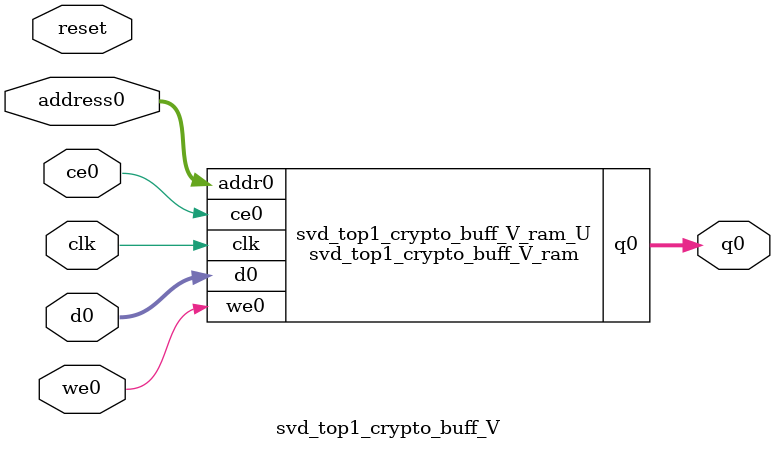
<source format=v>
`timescale 1 ns / 1 ps
module svd_top1_crypto_buff_V_ram (addr0, ce0, d0, we0, q0,  clk);

parameter DWIDTH = 32;
parameter AWIDTH = 7;
parameter MEM_SIZE = 128;

input[AWIDTH-1:0] addr0;
input ce0;
input[DWIDTH-1:0] d0;
input we0;
output reg[DWIDTH-1:0] q0;
input clk;

reg [DWIDTH-1:0] ram[0:MEM_SIZE-1];




always @(posedge clk)  
begin 
    if (ce0) begin
        if (we0) 
            ram[addr0] <= d0; 
        q0 <= ram[addr0];
    end
end


endmodule

`timescale 1 ns / 1 ps
module svd_top1_crypto_buff_V(
    reset,
    clk,
    address0,
    ce0,
    we0,
    d0,
    q0);

parameter DataWidth = 32'd32;
parameter AddressRange = 32'd128;
parameter AddressWidth = 32'd7;
input reset;
input clk;
input[AddressWidth - 1:0] address0;
input ce0;
input we0;
input[DataWidth - 1:0] d0;
output[DataWidth - 1:0] q0;



svd_top1_crypto_buff_V_ram svd_top1_crypto_buff_V_ram_U(
    .clk( clk ),
    .addr0( address0 ),
    .ce0( ce0 ),
    .we0( we0 ),
    .d0( d0 ),
    .q0( q0 ));

endmodule


</source>
